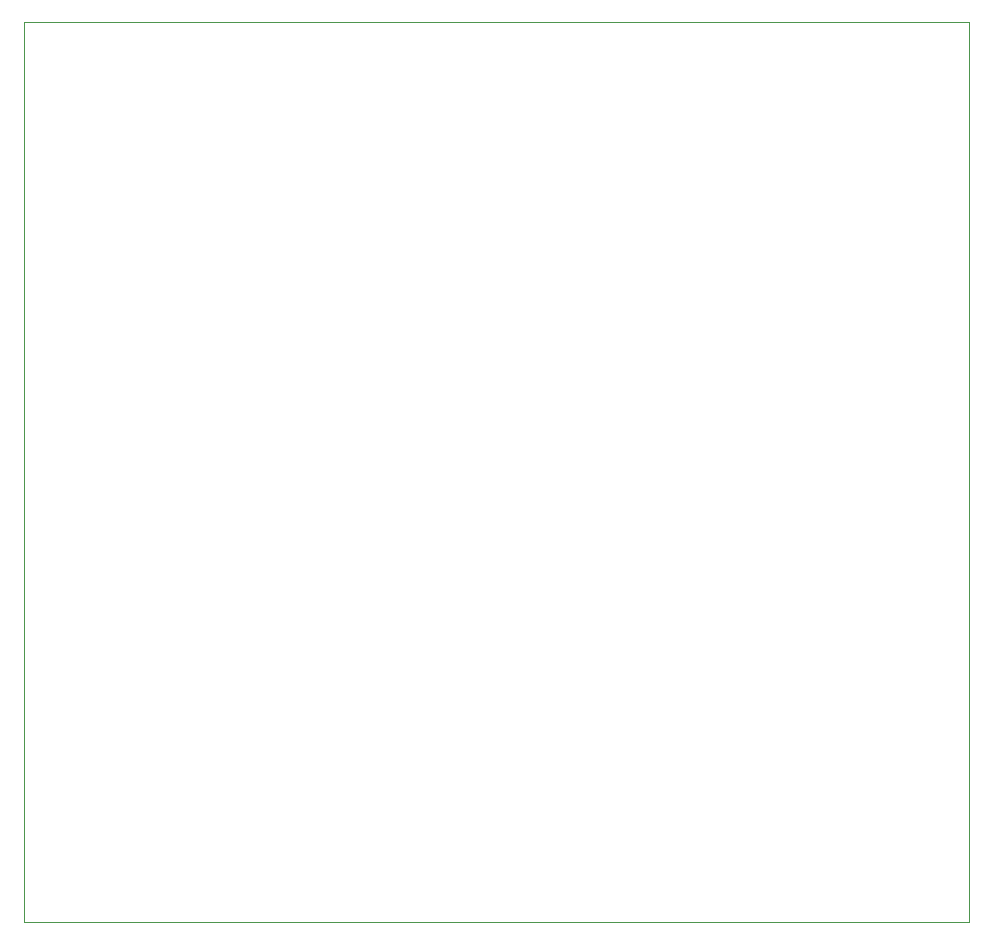
<source format=gbr>
%TF.GenerationSoftware,KiCad,Pcbnew,(5.1.12)-1*%
%TF.CreationDate,2022-01-20T18:26:47-05:00*%
%TF.ProjectId,PCB-ESP32S,5043422d-4553-4503-9332-532e6b696361,rev?*%
%TF.SameCoordinates,Original*%
%TF.FileFunction,Profile,NP*%
%FSLAX46Y46*%
G04 Gerber Fmt 4.6, Leading zero omitted, Abs format (unit mm)*
G04 Created by KiCad (PCBNEW (5.1.12)-1) date 2022-01-20 18:26:47*
%MOMM*%
%LPD*%
G01*
G04 APERTURE LIST*
%TA.AperFunction,Profile*%
%ADD10C,0.050000*%
%TD*%
G04 APERTURE END LIST*
D10*
X180340000Y-140970000D02*
X180340000Y-64770000D01*
X100330000Y-140970000D02*
X180340000Y-140970000D01*
X100330000Y-64770000D02*
X100330000Y-140970000D01*
X180340000Y-64770000D02*
X100330000Y-64770000D01*
M02*

</source>
